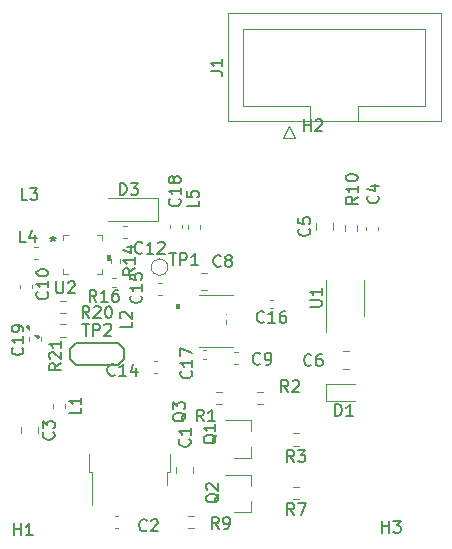
<source format=gbr>
%TF.GenerationSoftware,KiCad,Pcbnew,5.1.12-1.fc35*%
%TF.CreationDate,2022-01-07T18:54:40+00:00*%
%TF.ProjectId,cryosub_power_converter_top_v03,6372796f-7375-4625-9f70-6f7765725f63,rev?*%
%TF.SameCoordinates,Original*%
%TF.FileFunction,Legend,Top*%
%TF.FilePolarity,Positive*%
%FSLAX45Y45*%
G04 Gerber Fmt 4.5, Leading zero omitted, Abs format (unit mm)*
G04 Created by KiCad (PCBNEW 5.1.12-1.fc35) date 2022-01-07 18:54:40*
%MOMM*%
%LPD*%
G01*
G04 APERTURE LIST*
%ADD10C,0.300000*%
%ADD11C,0.120000*%
%ADD12C,0.100000*%
%ADD13C,0.150000*%
%ADD14C,1.700000*%
%ADD15R,1.244600X1.244600*%
%ADD16R,0.254800X0.807999*%
%ADD17R,0.807999X0.254800*%
%ADD18R,1.752600X2.946400*%
%ADD19R,1.327899X0.279400*%
%ADD20R,3.200001X1.000001*%
%ADD21R,1.000001X3.200001*%
%ADD22C,4.700000*%
%ADD23C,1.400000*%
%ADD24R,1.300000X1.700000*%
%ADD25C,1.000000*%
%ADD26R,0.900000X0.800000*%
%ADD27R,1.200000X2.200000*%
%ADD28R,5.800000X6.400000*%
%ADD29R,1.880000X1.680000*%
G04 APERTURE END LIST*
D10*
X10275000Y-12760000D02*
X10190000Y-12675000D01*
D11*
%TO.C,J1*%
X11879000Y-10929000D02*
X11879000Y-10017000D01*
X11879000Y-10017000D02*
X13683000Y-10017000D01*
X13683000Y-10017000D02*
X13683000Y-10929000D01*
X13683000Y-10929000D02*
X11879000Y-10929000D01*
X12576000Y-10929000D02*
X12576000Y-10798000D01*
X12576000Y-10798000D02*
X12009000Y-10798000D01*
X12009000Y-10798000D02*
X12009000Y-10148000D01*
X12009000Y-10148000D02*
X13553000Y-10148000D01*
X13553000Y-10148000D02*
X13553000Y-10798000D01*
X13553000Y-10798000D02*
X12986000Y-10798000D01*
X12986000Y-10798000D02*
X12986000Y-10798000D01*
X12986000Y-10798000D02*
X12986000Y-10929000D01*
X12400000Y-10968000D02*
X12350000Y-11068000D01*
X12350000Y-11068000D02*
X12450000Y-11068000D01*
X12450000Y-11068000D02*
X12400000Y-10968000D01*
%TO.C,C9*%
X11964058Y-12881500D02*
X11935942Y-12881500D01*
X11964058Y-12983500D02*
X11935942Y-12983500D01*
D12*
%TO.C,U2*%
G36*
X10885740Y-12063450D02*
G01*
X10885740Y-12101550D01*
X10860340Y-12101550D01*
X10860340Y-12063450D01*
X10885740Y-12063450D01*
G37*
X10885740Y-12063450D02*
X10885740Y-12101550D01*
X10860340Y-12101550D01*
X10860340Y-12063450D01*
X10885740Y-12063450D01*
D11*
X10528986Y-11889860D02*
X10482360Y-11889860D01*
X10817640Y-11936486D02*
X10817640Y-11889860D01*
X10771014Y-12225140D02*
X10817640Y-12225140D01*
X10482360Y-12178514D02*
X10482360Y-12225140D01*
X10482360Y-11889860D02*
X10482360Y-11936486D01*
X10817640Y-11889860D02*
X10771014Y-11889860D01*
X10817640Y-12225140D02*
X10817640Y-12178514D01*
X10482360Y-12225140D02*
X10528986Y-12225140D01*
D12*
%TO.C,U3*%
G36*
X11441470Y-12513955D02*
G01*
X11441470Y-12475855D01*
X11466870Y-12475855D01*
X11466870Y-12513955D01*
X11441470Y-12513955D01*
G37*
X11441470Y-12513955D02*
X11441470Y-12475855D01*
X11466870Y-12475855D01*
X11466870Y-12513955D01*
X11441470Y-12513955D01*
D11*
X11638113Y-12839710D02*
X11921887Y-12839710D01*
X11921887Y-12400290D02*
X11638113Y-12400290D01*
D13*
%TO.C,TP2*%
X10543000Y-12860000D02*
X10593000Y-12810000D01*
X10543000Y-12940000D02*
X10543000Y-12860000D01*
X10593000Y-12990000D02*
X10543000Y-12940000D01*
X10953000Y-12990000D02*
X10593000Y-12990000D01*
X11003000Y-12940000D02*
X10953000Y-12990000D01*
X11003000Y-12860000D02*
X11003000Y-12940000D01*
X10953000Y-12810000D02*
X11003000Y-12860000D01*
X10593000Y-12810000D02*
X10953000Y-12810000D01*
D11*
%TO.C,R21*%
X10506226Y-12647750D02*
X10458774Y-12647750D01*
X10506226Y-12752250D02*
X10458774Y-12752250D01*
%TO.C,R20*%
X10458774Y-12552250D02*
X10506226Y-12552250D01*
X10458774Y-12447750D02*
X10506226Y-12447750D01*
%TO.C,C19*%
X10199000Y-12758442D02*
X10199000Y-12786558D01*
X10301000Y-12758442D02*
X10301000Y-12786558D01*
%TO.C,L5*%
X11643500Y-11806222D02*
X11643500Y-11838778D01*
X11541500Y-11806222D02*
X11541500Y-11838778D01*
%TO.C,C18*%
X11496000Y-11805942D02*
X11496000Y-11834058D01*
X11394000Y-11805942D02*
X11394000Y-11834058D01*
%TO.C,C17*%
X11674216Y-12869000D02*
X11695784Y-12869000D01*
X11674216Y-12941000D02*
X11695784Y-12941000D01*
%TO.C,D3*%
X11292500Y-11575000D02*
X10862500Y-11575000D01*
X11292500Y-11775000D02*
X11292500Y-11575000D01*
X10862500Y-11775000D02*
X11292500Y-11775000D01*
%TO.C,TP1*%
X11372500Y-12165000D02*
G75*
G03*
X11372500Y-12165000I-70000J0D01*
G01*
%TO.C,C8*%
X11650125Y-12358500D02*
X11702375Y-12358500D01*
X11650125Y-12211500D02*
X11702375Y-12211500D01*
%TO.C,C16*%
X12260784Y-12439000D02*
X12239216Y-12439000D01*
X12260784Y-12511000D02*
X12239216Y-12511000D01*
%TO.C,R16*%
X10934364Y-12254500D02*
X10903636Y-12254500D01*
X10934364Y-12330500D02*
X10903636Y-12330500D01*
%TO.C,R14*%
X10889500Y-12098136D02*
X10889500Y-12128864D01*
X10965500Y-12098136D02*
X10965500Y-12128864D01*
%TO.C,L4*%
X10272528Y-11996500D02*
X10239972Y-11996500D01*
X10272528Y-12098500D02*
X10239972Y-12098500D01*
%TO.C,C15*%
X11293442Y-12401000D02*
X11321558Y-12401000D01*
X11293442Y-12299000D02*
X11321558Y-12299000D01*
%TO.C,C14*%
X11253442Y-13061000D02*
X11281558Y-13061000D01*
X11253442Y-12959000D02*
X11281558Y-12959000D01*
%TO.C,C12*%
X11024058Y-11819000D02*
X10995942Y-11819000D01*
X11024058Y-11921000D02*
X10995942Y-11921000D01*
%TO.C,C10*%
X10124000Y-12313442D02*
X10124000Y-12341558D01*
X10226000Y-12313442D02*
X10226000Y-12341558D01*
%TO.C,D1*%
X12709000Y-13298500D02*
X12955000Y-13298500D01*
X12709000Y-13151500D02*
X12709000Y-13298500D01*
X12955000Y-13151500D02*
X12709000Y-13151500D01*
%TO.C,L1*%
X10399000Y-13320373D02*
X10399000Y-13354627D01*
X10501000Y-13320373D02*
X10501000Y-13354627D01*
%TO.C,C6*%
X12852625Y-13023500D02*
X12904875Y-13023500D01*
X12852625Y-12876500D02*
X12904875Y-12876500D01*
%TO.C,R10*%
X12977250Y-11859222D02*
X12977250Y-11808278D01*
X12872750Y-11859222D02*
X12872750Y-11808278D01*
%TO.C,C5*%
X12773500Y-11847375D02*
X12773500Y-11795125D01*
X12626500Y-11847375D02*
X12626500Y-11795125D01*
%TO.C,C4*%
X13151000Y-11850877D02*
X13151000Y-11821623D01*
X13049000Y-11850877D02*
X13049000Y-11821623D01*
%TO.C,C1*%
X11588500Y-13909875D02*
X11588500Y-13857625D01*
X11441500Y-13909875D02*
X11441500Y-13857625D01*
%TO.C,C2*%
X10950877Y-14376000D02*
X10921623Y-14376000D01*
X10950877Y-14274000D02*
X10921623Y-14274000D01*
%TO.C,C3*%
X10273500Y-13520125D02*
X10273500Y-13572375D01*
X10126500Y-13520125D02*
X10126500Y-13572375D01*
%TO.C,Q1*%
X12076000Y-13778000D02*
X11930000Y-13778000D01*
X12076000Y-13462000D02*
X11860000Y-13462000D01*
X12076000Y-13462000D02*
X12076000Y-13555000D01*
X12076000Y-13778000D02*
X12076000Y-13685000D01*
%TO.C,Q2*%
X12076000Y-14238000D02*
X12076000Y-14145000D01*
X12076000Y-13922000D02*
X12076000Y-14015000D01*
X12076000Y-13922000D02*
X11860000Y-13922000D01*
X12076000Y-14238000D02*
X11930000Y-14238000D01*
%TO.C,Q3*%
X10705000Y-13747000D02*
X10705000Y-13897000D01*
X10705000Y-13897000D02*
X10732000Y-13897000D01*
X10732000Y-13897000D02*
X10732000Y-14180000D01*
X11395000Y-13747000D02*
X11395000Y-13897000D01*
X11395000Y-13897000D02*
X11368000Y-13897000D01*
X11368000Y-13897000D02*
X11368000Y-14007000D01*
%TO.C,R1*%
X11783278Y-13222750D02*
X11834222Y-13222750D01*
X11783278Y-13327250D02*
X11834222Y-13327250D01*
%TO.C,R2*%
X12124528Y-13327250D02*
X12175472Y-13327250D01*
X12124528Y-13222750D02*
X12175472Y-13222750D01*
%TO.C,R3*%
X12484222Y-13677250D02*
X12433278Y-13677250D01*
X12484222Y-13572750D02*
X12433278Y-13572750D01*
%TO.C,R7*%
X12484222Y-14127250D02*
X12433278Y-14127250D01*
X12484222Y-14022750D02*
X12433278Y-14022750D01*
%TO.C,R9*%
X11540778Y-14272750D02*
X11591722Y-14272750D01*
X11540778Y-14377250D02*
X11591722Y-14377250D01*
%TO.C,U1*%
X13036000Y-12425000D02*
X13036000Y-12275000D01*
X13036000Y-12425000D02*
X13036000Y-12575000D01*
X12714000Y-12425000D02*
X12714000Y-12275000D01*
X12714000Y-12425000D02*
X12714000Y-12712500D01*
%TO.C,J1*%
D13*
X11735238Y-10506333D02*
X11806667Y-10506333D01*
X11820952Y-10511095D01*
X11830476Y-10520619D01*
X11835238Y-10534905D01*
X11835238Y-10544429D01*
X11835238Y-10406333D02*
X11835238Y-10463476D01*
X11835238Y-10434905D02*
X11735238Y-10434905D01*
X11749524Y-10444429D01*
X11759048Y-10453952D01*
X11763809Y-10463476D01*
%TO.C,C9*%
X12153333Y-12980714D02*
X12148571Y-12985476D01*
X12134286Y-12990238D01*
X12124762Y-12990238D01*
X12110476Y-12985476D01*
X12100952Y-12975952D01*
X12096190Y-12966428D01*
X12091428Y-12947381D01*
X12091428Y-12933095D01*
X12096190Y-12914048D01*
X12100952Y-12904524D01*
X12110476Y-12895000D01*
X12124762Y-12890238D01*
X12134286Y-12890238D01*
X12148571Y-12895000D01*
X12153333Y-12899762D01*
X12200952Y-12990238D02*
X12220000Y-12990238D01*
X12229524Y-12985476D01*
X12234286Y-12980714D01*
X12243809Y-12966428D01*
X12248571Y-12947381D01*
X12248571Y-12909286D01*
X12243809Y-12899762D01*
X12239048Y-12895000D01*
X12229524Y-12890238D01*
X12210476Y-12890238D01*
X12200952Y-12895000D01*
X12196190Y-12899762D01*
X12191428Y-12909286D01*
X12191428Y-12933095D01*
X12196190Y-12942619D01*
X12200952Y-12947381D01*
X12210476Y-12952143D01*
X12229524Y-12952143D01*
X12239048Y-12947381D01*
X12243809Y-12942619D01*
X12248571Y-12933095D01*
%TO.C,U2*%
X10428810Y-12285238D02*
X10428810Y-12366190D01*
X10433571Y-12375714D01*
X10438333Y-12380476D01*
X10447857Y-12385238D01*
X10466905Y-12385238D01*
X10476429Y-12380476D01*
X10481190Y-12375714D01*
X10485952Y-12366190D01*
X10485952Y-12285238D01*
X10528810Y-12294762D02*
X10533571Y-12290000D01*
X10543095Y-12285238D01*
X10566905Y-12285238D01*
X10576429Y-12290000D01*
X10581190Y-12294762D01*
X10585952Y-12304286D01*
X10585952Y-12313809D01*
X10581190Y-12328095D01*
X10524048Y-12385238D01*
X10585952Y-12385238D01*
X10401560Y-11902738D02*
X10401560Y-11926548D01*
X10377751Y-11917024D02*
X10401560Y-11926548D01*
X10425370Y-11917024D01*
X10387274Y-11945595D02*
X10401560Y-11926548D01*
X10415846Y-11945595D01*
X10401560Y-11902738D02*
X10401560Y-11926548D01*
X10377751Y-11917024D02*
X10401560Y-11926548D01*
X10425370Y-11917024D01*
X10387274Y-11945595D02*
X10401560Y-11926548D01*
X10415846Y-11945595D01*
%TO.C,U3*%
X11703809Y-12565238D02*
X11703809Y-12646190D01*
X11708571Y-12655714D01*
X11713333Y-12660476D01*
X11722857Y-12665238D01*
X11741905Y-12665238D01*
X11751428Y-12660476D01*
X11756190Y-12655714D01*
X11760952Y-12646190D01*
X11760952Y-12565238D01*
X11799048Y-12565238D02*
X11860952Y-12565238D01*
X11827619Y-12603333D01*
X11841905Y-12603333D01*
X11851428Y-12608095D01*
X11856190Y-12612857D01*
X11860952Y-12622381D01*
X11860952Y-12646190D01*
X11856190Y-12655714D01*
X11851428Y-12660476D01*
X11841905Y-12665238D01*
X11813333Y-12665238D01*
X11803809Y-12660476D01*
X11799048Y-12655714D01*
X12026735Y-12882611D02*
X12026735Y-12906421D01*
X12002925Y-12896897D02*
X12026735Y-12906421D01*
X12050544Y-12896897D01*
X12012449Y-12925468D02*
X12026735Y-12906421D01*
X12041021Y-12925468D01*
X12026735Y-12882611D02*
X12026735Y-12906421D01*
X12002925Y-12896897D02*
X12026735Y-12906421D01*
X12050544Y-12896897D01*
X12012449Y-12925468D02*
X12026735Y-12906421D01*
X12041021Y-12925468D01*
%TO.C,L2*%
X11065238Y-12626321D02*
X11065238Y-12673940D01*
X10965238Y-12673940D01*
X10974762Y-12597750D02*
X10970000Y-12592988D01*
X10965238Y-12583464D01*
X10965238Y-12559655D01*
X10970000Y-12550131D01*
X10974762Y-12545369D01*
X10984286Y-12540607D01*
X10993810Y-12540607D01*
X11008095Y-12545369D01*
X11065238Y-12602512D01*
X11065238Y-12540607D01*
%TO.C,L3*%
X10182988Y-11595238D02*
X10135369Y-11595238D01*
X10135369Y-11495238D01*
X10206798Y-11495238D02*
X10268702Y-11495238D01*
X10235369Y-11533333D01*
X10249655Y-11533333D01*
X10259179Y-11538095D01*
X10263940Y-11542857D01*
X10268702Y-11552381D01*
X10268702Y-11576190D01*
X10263940Y-11585714D01*
X10259179Y-11590476D01*
X10249655Y-11595238D01*
X10221083Y-11595238D01*
X10211560Y-11590476D01*
X10206798Y-11585714D01*
%TO.C,H3*%
X13186309Y-14412738D02*
X13186309Y-14312738D01*
X13186309Y-14360357D02*
X13243452Y-14360357D01*
X13243452Y-14412738D02*
X13243452Y-14312738D01*
X13281548Y-14312738D02*
X13343452Y-14312738D01*
X13310119Y-14350833D01*
X13324405Y-14350833D01*
X13333928Y-14355595D01*
X13338690Y-14360357D01*
X13343452Y-14369881D01*
X13343452Y-14393690D01*
X13338690Y-14403214D01*
X13333928Y-14407976D01*
X13324405Y-14412738D01*
X13295833Y-14412738D01*
X13286309Y-14407976D01*
X13281548Y-14403214D01*
%TO.C,H2*%
X12523809Y-11010238D02*
X12523809Y-10910238D01*
X12523809Y-10957857D02*
X12580952Y-10957857D01*
X12580952Y-11010238D02*
X12580952Y-10910238D01*
X12623809Y-10919762D02*
X12628571Y-10915000D01*
X12638095Y-10910238D01*
X12661905Y-10910238D01*
X12671428Y-10915000D01*
X12676190Y-10919762D01*
X12680952Y-10929286D01*
X12680952Y-10938810D01*
X12676190Y-10953095D01*
X12619048Y-11010238D01*
X12680952Y-11010238D01*
%TO.C,H1*%
X10071310Y-14432738D02*
X10071310Y-14332738D01*
X10071310Y-14380357D02*
X10128452Y-14380357D01*
X10128452Y-14432738D02*
X10128452Y-14332738D01*
X10228452Y-14432738D02*
X10171310Y-14432738D01*
X10199881Y-14432738D02*
X10199881Y-14332738D01*
X10190357Y-14347024D01*
X10180833Y-14356548D01*
X10171310Y-14361309D01*
%TO.C,TP2*%
X10649810Y-12645238D02*
X10706952Y-12645238D01*
X10678381Y-12745238D02*
X10678381Y-12645238D01*
X10740286Y-12745238D02*
X10740286Y-12645238D01*
X10778381Y-12645238D01*
X10787905Y-12650000D01*
X10792667Y-12654762D01*
X10797429Y-12664286D01*
X10797429Y-12678571D01*
X10792667Y-12688095D01*
X10787905Y-12692857D01*
X10778381Y-12697619D01*
X10740286Y-12697619D01*
X10835524Y-12654762D02*
X10840286Y-12650000D01*
X10849810Y-12645238D01*
X10873619Y-12645238D01*
X10883143Y-12650000D01*
X10887905Y-12654762D01*
X10892667Y-12664286D01*
X10892667Y-12673809D01*
X10887905Y-12688095D01*
X10830762Y-12745238D01*
X10892667Y-12745238D01*
%TO.C,R21*%
X10467738Y-12979286D02*
X10420119Y-13012619D01*
X10467738Y-13036428D02*
X10367738Y-13036428D01*
X10367738Y-12998333D01*
X10372500Y-12988809D01*
X10377262Y-12984048D01*
X10386786Y-12979286D01*
X10401071Y-12979286D01*
X10410595Y-12984048D01*
X10415357Y-12988809D01*
X10420119Y-12998333D01*
X10420119Y-13036428D01*
X10377262Y-12941190D02*
X10372500Y-12936428D01*
X10367738Y-12926905D01*
X10367738Y-12903095D01*
X10372500Y-12893571D01*
X10377262Y-12888809D01*
X10386786Y-12884048D01*
X10396310Y-12884048D01*
X10410595Y-12888809D01*
X10467738Y-12945952D01*
X10467738Y-12884048D01*
X10467738Y-12788809D02*
X10467738Y-12845952D01*
X10467738Y-12817381D02*
X10367738Y-12817381D01*
X10382024Y-12826905D01*
X10391548Y-12836428D01*
X10396310Y-12845952D01*
%TO.C,R20*%
X10708214Y-12595238D02*
X10674881Y-12547619D01*
X10651071Y-12595238D02*
X10651071Y-12495238D01*
X10689167Y-12495238D01*
X10698690Y-12500000D01*
X10703452Y-12504762D01*
X10708214Y-12514286D01*
X10708214Y-12528571D01*
X10703452Y-12538095D01*
X10698690Y-12542857D01*
X10689167Y-12547619D01*
X10651071Y-12547619D01*
X10746310Y-12504762D02*
X10751071Y-12500000D01*
X10760595Y-12495238D01*
X10784405Y-12495238D01*
X10793929Y-12500000D01*
X10798690Y-12504762D01*
X10803452Y-12514286D01*
X10803452Y-12523809D01*
X10798690Y-12538095D01*
X10741548Y-12595238D01*
X10803452Y-12595238D01*
X10865357Y-12495238D02*
X10874881Y-12495238D01*
X10884405Y-12500000D01*
X10889167Y-12504762D01*
X10893929Y-12514286D01*
X10898690Y-12533333D01*
X10898690Y-12557143D01*
X10893929Y-12576190D01*
X10889167Y-12585714D01*
X10884405Y-12590476D01*
X10874881Y-12595238D01*
X10865357Y-12595238D01*
X10855833Y-12590476D01*
X10851071Y-12585714D01*
X10846310Y-12576190D01*
X10841548Y-12557143D01*
X10841548Y-12533333D01*
X10846310Y-12514286D01*
X10851071Y-12504762D01*
X10855833Y-12500000D01*
X10865357Y-12495238D01*
%TO.C,C19*%
X10140714Y-12846786D02*
X10145476Y-12851548D01*
X10150238Y-12865833D01*
X10150238Y-12875357D01*
X10145476Y-12889643D01*
X10135952Y-12899167D01*
X10126429Y-12903928D01*
X10107381Y-12908690D01*
X10093095Y-12908690D01*
X10074048Y-12903928D01*
X10064524Y-12899167D01*
X10055000Y-12889643D01*
X10050238Y-12875357D01*
X10050238Y-12865833D01*
X10055000Y-12851548D01*
X10059762Y-12846786D01*
X10150238Y-12751548D02*
X10150238Y-12808690D01*
X10150238Y-12780119D02*
X10050238Y-12780119D01*
X10064524Y-12789643D01*
X10074048Y-12799167D01*
X10078810Y-12808690D01*
X10150238Y-12703928D02*
X10150238Y-12684881D01*
X10145476Y-12675357D01*
X10140714Y-12670595D01*
X10126429Y-12661071D01*
X10107381Y-12656309D01*
X10069286Y-12656309D01*
X10059762Y-12661071D01*
X10055000Y-12665833D01*
X10050238Y-12675357D01*
X10050238Y-12694405D01*
X10055000Y-12703928D01*
X10059762Y-12708690D01*
X10069286Y-12713452D01*
X10093095Y-12713452D01*
X10102619Y-12708690D01*
X10107381Y-12703928D01*
X10112143Y-12694405D01*
X10112143Y-12675357D01*
X10107381Y-12665833D01*
X10102619Y-12661071D01*
X10093095Y-12656309D01*
%TO.C,L5*%
X11632738Y-11601667D02*
X11632738Y-11649286D01*
X11532738Y-11649286D01*
X11532738Y-11520714D02*
X11532738Y-11568333D01*
X11580357Y-11573095D01*
X11575595Y-11568333D01*
X11570833Y-11558809D01*
X11570833Y-11535000D01*
X11575595Y-11525476D01*
X11580357Y-11520714D01*
X11589881Y-11515952D01*
X11613690Y-11515952D01*
X11623214Y-11520714D01*
X11627976Y-11525476D01*
X11632738Y-11535000D01*
X11632738Y-11558809D01*
X11627976Y-11568333D01*
X11623214Y-11573095D01*
%TO.C,C18*%
X11470714Y-11586786D02*
X11475476Y-11591548D01*
X11480238Y-11605833D01*
X11480238Y-11615357D01*
X11475476Y-11629643D01*
X11465952Y-11639167D01*
X11456428Y-11643928D01*
X11437381Y-11648690D01*
X11423095Y-11648690D01*
X11404048Y-11643928D01*
X11394524Y-11639167D01*
X11385000Y-11629643D01*
X11380238Y-11615357D01*
X11380238Y-11605833D01*
X11385000Y-11591548D01*
X11389762Y-11586786D01*
X11480238Y-11491548D02*
X11480238Y-11548690D01*
X11480238Y-11520119D02*
X11380238Y-11520119D01*
X11394524Y-11529643D01*
X11404048Y-11539167D01*
X11408809Y-11548690D01*
X11423095Y-11434405D02*
X11418333Y-11443928D01*
X11413571Y-11448690D01*
X11404048Y-11453452D01*
X11399286Y-11453452D01*
X11389762Y-11448690D01*
X11385000Y-11443928D01*
X11380238Y-11434405D01*
X11380238Y-11415357D01*
X11385000Y-11405833D01*
X11389762Y-11401071D01*
X11399286Y-11396309D01*
X11404048Y-11396309D01*
X11413571Y-11401071D01*
X11418333Y-11405833D01*
X11423095Y-11415357D01*
X11423095Y-11434405D01*
X11427857Y-11443928D01*
X11432619Y-11448690D01*
X11442143Y-11453452D01*
X11461190Y-11453452D01*
X11470714Y-11448690D01*
X11475476Y-11443928D01*
X11480238Y-11434405D01*
X11480238Y-11415357D01*
X11475476Y-11405833D01*
X11470714Y-11401071D01*
X11461190Y-11396309D01*
X11442143Y-11396309D01*
X11432619Y-11401071D01*
X11427857Y-11405833D01*
X11423095Y-11415357D01*
%TO.C,C17*%
X11568214Y-13044286D02*
X11572976Y-13049048D01*
X11577738Y-13063333D01*
X11577738Y-13072857D01*
X11572976Y-13087143D01*
X11563452Y-13096667D01*
X11553928Y-13101428D01*
X11534881Y-13106190D01*
X11520595Y-13106190D01*
X11501548Y-13101428D01*
X11492024Y-13096667D01*
X11482500Y-13087143D01*
X11477738Y-13072857D01*
X11477738Y-13063333D01*
X11482500Y-13049048D01*
X11487262Y-13044286D01*
X11577738Y-12949048D02*
X11577738Y-13006190D01*
X11577738Y-12977619D02*
X11477738Y-12977619D01*
X11492024Y-12987143D01*
X11501548Y-12996667D01*
X11506309Y-13006190D01*
X11477738Y-12915714D02*
X11477738Y-12849048D01*
X11577738Y-12891905D01*
%TO.C,D3*%
X10966190Y-11552738D02*
X10966190Y-11452738D01*
X10990000Y-11452738D01*
X11004286Y-11457500D01*
X11013810Y-11467024D01*
X11018571Y-11476548D01*
X11023333Y-11495595D01*
X11023333Y-11509881D01*
X11018571Y-11528928D01*
X11013810Y-11538452D01*
X11004286Y-11547976D01*
X10990000Y-11552738D01*
X10966190Y-11552738D01*
X11056667Y-11452738D02*
X11118571Y-11452738D01*
X11085238Y-11490833D01*
X11099524Y-11490833D01*
X11109048Y-11495595D01*
X11113810Y-11500357D01*
X11118571Y-11509881D01*
X11118571Y-11533690D01*
X11113810Y-11543214D01*
X11109048Y-11547976D01*
X11099524Y-11552738D01*
X11070952Y-11552738D01*
X11061429Y-11547976D01*
X11056667Y-11543214D01*
%TO.C,TP1*%
X11386309Y-12047738D02*
X11443452Y-12047738D01*
X11414881Y-12147738D02*
X11414881Y-12047738D01*
X11476786Y-12147738D02*
X11476786Y-12047738D01*
X11514881Y-12047738D01*
X11524405Y-12052500D01*
X11529167Y-12057262D01*
X11533928Y-12066786D01*
X11533928Y-12081071D01*
X11529167Y-12090595D01*
X11524405Y-12095357D01*
X11514881Y-12100119D01*
X11476786Y-12100119D01*
X11629167Y-12147738D02*
X11572024Y-12147738D01*
X11600595Y-12147738D02*
X11600595Y-12047738D01*
X11591071Y-12062024D01*
X11581548Y-12071548D01*
X11572024Y-12076309D01*
%TO.C,C8*%
X11820833Y-12152714D02*
X11816071Y-12157476D01*
X11801786Y-12162238D01*
X11792262Y-12162238D01*
X11777976Y-12157476D01*
X11768452Y-12147952D01*
X11763690Y-12138428D01*
X11758928Y-12119381D01*
X11758928Y-12105095D01*
X11763690Y-12086048D01*
X11768452Y-12076524D01*
X11777976Y-12067000D01*
X11792262Y-12062238D01*
X11801786Y-12062238D01*
X11816071Y-12067000D01*
X11820833Y-12071762D01*
X11877976Y-12105095D02*
X11868452Y-12100333D01*
X11863690Y-12095571D01*
X11858928Y-12086048D01*
X11858928Y-12081286D01*
X11863690Y-12071762D01*
X11868452Y-12067000D01*
X11877976Y-12062238D01*
X11897024Y-12062238D01*
X11906548Y-12067000D01*
X11911309Y-12071762D01*
X11916071Y-12081286D01*
X11916071Y-12086048D01*
X11911309Y-12095571D01*
X11906548Y-12100333D01*
X11897024Y-12105095D01*
X11877976Y-12105095D01*
X11868452Y-12109857D01*
X11863690Y-12114619D01*
X11858928Y-12124143D01*
X11858928Y-12143190D01*
X11863690Y-12152714D01*
X11868452Y-12157476D01*
X11877976Y-12162238D01*
X11897024Y-12162238D01*
X11906548Y-12157476D01*
X11911309Y-12152714D01*
X11916071Y-12143190D01*
X11916071Y-12124143D01*
X11911309Y-12114619D01*
X11906548Y-12109857D01*
X11897024Y-12105095D01*
%TO.C,C16*%
X12185714Y-12626714D02*
X12180952Y-12631476D01*
X12166667Y-12636238D01*
X12157143Y-12636238D01*
X12142857Y-12631476D01*
X12133333Y-12621952D01*
X12128571Y-12612428D01*
X12123809Y-12593381D01*
X12123809Y-12579095D01*
X12128571Y-12560048D01*
X12133333Y-12550524D01*
X12142857Y-12541000D01*
X12157143Y-12536238D01*
X12166667Y-12536238D01*
X12180952Y-12541000D01*
X12185714Y-12545762D01*
X12280952Y-12636238D02*
X12223809Y-12636238D01*
X12252381Y-12636238D02*
X12252381Y-12536238D01*
X12242857Y-12550524D01*
X12233333Y-12560048D01*
X12223809Y-12564809D01*
X12366667Y-12536238D02*
X12347619Y-12536238D01*
X12338095Y-12541000D01*
X12333333Y-12545762D01*
X12323809Y-12560048D01*
X12319048Y-12579095D01*
X12319048Y-12617190D01*
X12323809Y-12626714D01*
X12328571Y-12631476D01*
X12338095Y-12636238D01*
X12357143Y-12636238D01*
X12366667Y-12631476D01*
X12371428Y-12626714D01*
X12376190Y-12617190D01*
X12376190Y-12593381D01*
X12371428Y-12583857D01*
X12366667Y-12579095D01*
X12357143Y-12574333D01*
X12338095Y-12574333D01*
X12328571Y-12579095D01*
X12323809Y-12583857D01*
X12319048Y-12593381D01*
%TO.C,R16*%
X10768214Y-12457738D02*
X10734881Y-12410119D01*
X10711071Y-12457738D02*
X10711071Y-12357738D01*
X10749167Y-12357738D01*
X10758690Y-12362500D01*
X10763452Y-12367262D01*
X10768214Y-12376786D01*
X10768214Y-12391071D01*
X10763452Y-12400595D01*
X10758690Y-12405357D01*
X10749167Y-12410119D01*
X10711071Y-12410119D01*
X10863452Y-12457738D02*
X10806310Y-12457738D01*
X10834881Y-12457738D02*
X10834881Y-12357738D01*
X10825357Y-12372024D01*
X10815833Y-12381548D01*
X10806310Y-12386309D01*
X10949167Y-12357738D02*
X10930119Y-12357738D01*
X10920595Y-12362500D01*
X10915833Y-12367262D01*
X10906310Y-12381548D01*
X10901548Y-12400595D01*
X10901548Y-12438690D01*
X10906310Y-12448214D01*
X10911071Y-12452976D01*
X10920595Y-12457738D01*
X10939643Y-12457738D01*
X10949167Y-12452976D01*
X10953929Y-12448214D01*
X10958690Y-12438690D01*
X10958690Y-12414881D01*
X10953929Y-12405357D01*
X10949167Y-12400595D01*
X10939643Y-12395833D01*
X10920595Y-12395833D01*
X10911071Y-12400595D01*
X10906310Y-12405357D01*
X10901548Y-12414881D01*
%TO.C,R14*%
X11095238Y-12174286D02*
X11047619Y-12207619D01*
X11095238Y-12231428D02*
X10995238Y-12231428D01*
X10995238Y-12193333D01*
X11000000Y-12183809D01*
X11004762Y-12179048D01*
X11014286Y-12174286D01*
X11028571Y-12174286D01*
X11038095Y-12179048D01*
X11042857Y-12183809D01*
X11047619Y-12193333D01*
X11047619Y-12231428D01*
X11095238Y-12079048D02*
X11095238Y-12136190D01*
X11095238Y-12107619D02*
X10995238Y-12107619D01*
X11009524Y-12117143D01*
X11019048Y-12126667D01*
X11023810Y-12136190D01*
X11028571Y-11993333D02*
X11095238Y-11993333D01*
X10990476Y-12017143D02*
X11061905Y-12040952D01*
X11061905Y-11979048D01*
%TO.C,L4*%
X10170833Y-11955238D02*
X10123214Y-11955238D01*
X10123214Y-11855238D01*
X10247024Y-11888571D02*
X10247024Y-11955238D01*
X10223214Y-11850476D02*
X10199405Y-11921905D01*
X10261310Y-11921905D01*
%TO.C,C15*%
X11143214Y-12406786D02*
X11147976Y-12411548D01*
X11152738Y-12425833D01*
X11152738Y-12435357D01*
X11147976Y-12449643D01*
X11138452Y-12459167D01*
X11128929Y-12463928D01*
X11109881Y-12468690D01*
X11095595Y-12468690D01*
X11076548Y-12463928D01*
X11067024Y-12459167D01*
X11057500Y-12449643D01*
X11052738Y-12435357D01*
X11052738Y-12425833D01*
X11057500Y-12411548D01*
X11062262Y-12406786D01*
X11152738Y-12311548D02*
X11152738Y-12368690D01*
X11152738Y-12340119D02*
X11052738Y-12340119D01*
X11067024Y-12349643D01*
X11076548Y-12359167D01*
X11081310Y-12368690D01*
X11052738Y-12221071D02*
X11052738Y-12268690D01*
X11100357Y-12273452D01*
X11095595Y-12268690D01*
X11090833Y-12259167D01*
X11090833Y-12235357D01*
X11095595Y-12225833D01*
X11100357Y-12221071D01*
X11109881Y-12216309D01*
X11133690Y-12216309D01*
X11143214Y-12221071D01*
X11147976Y-12225833D01*
X11152738Y-12235357D01*
X11152738Y-12259167D01*
X11147976Y-12268690D01*
X11143214Y-12273452D01*
%TO.C,C14*%
X10923214Y-13075714D02*
X10918452Y-13080476D01*
X10904167Y-13085238D01*
X10894643Y-13085238D01*
X10880357Y-13080476D01*
X10870833Y-13070952D01*
X10866071Y-13061428D01*
X10861310Y-13042381D01*
X10861310Y-13028095D01*
X10866071Y-13009048D01*
X10870833Y-12999524D01*
X10880357Y-12990000D01*
X10894643Y-12985238D01*
X10904167Y-12985238D01*
X10918452Y-12990000D01*
X10923214Y-12994762D01*
X11018452Y-13085238D02*
X10961310Y-13085238D01*
X10989881Y-13085238D02*
X10989881Y-12985238D01*
X10980357Y-12999524D01*
X10970833Y-13009048D01*
X10961310Y-13013809D01*
X11104167Y-13018571D02*
X11104167Y-13085238D01*
X11080357Y-12980476D02*
X11056548Y-13051905D01*
X11118452Y-13051905D01*
%TO.C,C12*%
X11155714Y-12040714D02*
X11150952Y-12045476D01*
X11136667Y-12050238D01*
X11127143Y-12050238D01*
X11112857Y-12045476D01*
X11103333Y-12035952D01*
X11098571Y-12026428D01*
X11093810Y-12007381D01*
X11093810Y-11993095D01*
X11098571Y-11974048D01*
X11103333Y-11964524D01*
X11112857Y-11955000D01*
X11127143Y-11950238D01*
X11136667Y-11950238D01*
X11150952Y-11955000D01*
X11155714Y-11959762D01*
X11250952Y-12050238D02*
X11193809Y-12050238D01*
X11222381Y-12050238D02*
X11222381Y-11950238D01*
X11212857Y-11964524D01*
X11203333Y-11974048D01*
X11193809Y-11978809D01*
X11289048Y-11959762D02*
X11293809Y-11955000D01*
X11303333Y-11950238D01*
X11327143Y-11950238D01*
X11336667Y-11955000D01*
X11341428Y-11959762D01*
X11346190Y-11969286D01*
X11346190Y-11978809D01*
X11341428Y-11993095D01*
X11284286Y-12050238D01*
X11346190Y-12050238D01*
%TO.C,C10*%
X10350714Y-12374286D02*
X10355476Y-12379048D01*
X10360238Y-12393333D01*
X10360238Y-12402857D01*
X10355476Y-12417143D01*
X10345952Y-12426667D01*
X10336429Y-12431428D01*
X10317381Y-12436190D01*
X10303095Y-12436190D01*
X10284048Y-12431428D01*
X10274524Y-12426667D01*
X10265000Y-12417143D01*
X10260238Y-12402857D01*
X10260238Y-12393333D01*
X10265000Y-12379048D01*
X10269762Y-12374286D01*
X10360238Y-12279048D02*
X10360238Y-12336190D01*
X10360238Y-12307619D02*
X10260238Y-12307619D01*
X10274524Y-12317143D01*
X10284048Y-12326667D01*
X10288810Y-12336190D01*
X10260238Y-12217143D02*
X10260238Y-12207619D01*
X10265000Y-12198095D01*
X10269762Y-12193333D01*
X10279286Y-12188571D01*
X10298333Y-12183809D01*
X10322143Y-12183809D01*
X10341190Y-12188571D01*
X10350714Y-12193333D01*
X10355476Y-12198095D01*
X10360238Y-12207619D01*
X10360238Y-12217143D01*
X10355476Y-12226667D01*
X10350714Y-12231428D01*
X10341190Y-12236190D01*
X10322143Y-12240952D01*
X10298333Y-12240952D01*
X10279286Y-12236190D01*
X10269762Y-12231428D01*
X10265000Y-12226667D01*
X10260238Y-12217143D01*
%TO.C,D1*%
X12788690Y-13425238D02*
X12788690Y-13325238D01*
X12812500Y-13325238D01*
X12826786Y-13330000D01*
X12836309Y-13339524D01*
X12841071Y-13349048D01*
X12845833Y-13368095D01*
X12845833Y-13382381D01*
X12841071Y-13401428D01*
X12836309Y-13410952D01*
X12826786Y-13420476D01*
X12812500Y-13425238D01*
X12788690Y-13425238D01*
X12941071Y-13425238D02*
X12883928Y-13425238D01*
X12912500Y-13425238D02*
X12912500Y-13325238D01*
X12902976Y-13339524D01*
X12893452Y-13349048D01*
X12883928Y-13353809D01*
%TO.C,L1*%
X10638238Y-13354167D02*
X10638238Y-13401786D01*
X10538238Y-13401786D01*
X10638238Y-13268452D02*
X10638238Y-13325595D01*
X10638238Y-13297024D02*
X10538238Y-13297024D01*
X10552524Y-13306548D01*
X10562048Y-13316071D01*
X10566810Y-13325595D01*
%TO.C,C6*%
X12588333Y-12990714D02*
X12583571Y-12995476D01*
X12569286Y-13000238D01*
X12559762Y-13000238D01*
X12545476Y-12995476D01*
X12535952Y-12985952D01*
X12531190Y-12976428D01*
X12526428Y-12957381D01*
X12526428Y-12943095D01*
X12531190Y-12924048D01*
X12535952Y-12914524D01*
X12545476Y-12905000D01*
X12559762Y-12900238D01*
X12569286Y-12900238D01*
X12583571Y-12905000D01*
X12588333Y-12909762D01*
X12674048Y-12900238D02*
X12655000Y-12900238D01*
X12645476Y-12905000D01*
X12640714Y-12909762D01*
X12631190Y-12924048D01*
X12626428Y-12943095D01*
X12626428Y-12981190D01*
X12631190Y-12990714D01*
X12635952Y-12995476D01*
X12645476Y-13000238D01*
X12664524Y-13000238D01*
X12674048Y-12995476D01*
X12678809Y-12990714D01*
X12683571Y-12981190D01*
X12683571Y-12957381D01*
X12678809Y-12947857D01*
X12674048Y-12943095D01*
X12664524Y-12938333D01*
X12645476Y-12938333D01*
X12635952Y-12943095D01*
X12631190Y-12947857D01*
X12626428Y-12957381D01*
%TO.C,R10*%
X12980238Y-11569286D02*
X12932619Y-11602619D01*
X12980238Y-11626428D02*
X12880238Y-11626428D01*
X12880238Y-11588333D01*
X12885000Y-11578809D01*
X12889762Y-11574048D01*
X12899286Y-11569286D01*
X12913571Y-11569286D01*
X12923095Y-11574048D01*
X12927857Y-11578809D01*
X12932619Y-11588333D01*
X12932619Y-11626428D01*
X12980238Y-11474048D02*
X12980238Y-11531190D01*
X12980238Y-11502619D02*
X12880238Y-11502619D01*
X12894524Y-11512143D01*
X12904048Y-11521667D01*
X12908809Y-11531190D01*
X12880238Y-11412143D02*
X12880238Y-11402619D01*
X12885000Y-11393095D01*
X12889762Y-11388333D01*
X12899286Y-11383571D01*
X12918333Y-11378809D01*
X12942143Y-11378809D01*
X12961190Y-11383571D01*
X12970714Y-11388333D01*
X12975476Y-11393095D01*
X12980238Y-11402619D01*
X12980238Y-11412143D01*
X12975476Y-11421667D01*
X12970714Y-11426428D01*
X12961190Y-11431190D01*
X12942143Y-11435952D01*
X12918333Y-11435952D01*
X12899286Y-11431190D01*
X12889762Y-11426428D01*
X12885000Y-11421667D01*
X12880238Y-11412143D01*
%TO.C,C5*%
X12567714Y-11837917D02*
X12572476Y-11842678D01*
X12577238Y-11856964D01*
X12577238Y-11866488D01*
X12572476Y-11880774D01*
X12562952Y-11890298D01*
X12553428Y-11895059D01*
X12534381Y-11899821D01*
X12520095Y-11899821D01*
X12501048Y-11895059D01*
X12491524Y-11890298D01*
X12482000Y-11880774D01*
X12477238Y-11866488D01*
X12477238Y-11856964D01*
X12482000Y-11842678D01*
X12486762Y-11837917D01*
X12477238Y-11747440D02*
X12477238Y-11795059D01*
X12524857Y-11799821D01*
X12520095Y-11795059D01*
X12515333Y-11785536D01*
X12515333Y-11761726D01*
X12520095Y-11752202D01*
X12524857Y-11747440D01*
X12534381Y-11742678D01*
X12558190Y-11742678D01*
X12567714Y-11747440D01*
X12572476Y-11752202D01*
X12577238Y-11761726D01*
X12577238Y-11785536D01*
X12572476Y-11795059D01*
X12567714Y-11799821D01*
%TO.C,C4*%
X13150714Y-11561667D02*
X13155476Y-11566428D01*
X13160238Y-11580714D01*
X13160238Y-11590238D01*
X13155476Y-11604524D01*
X13145952Y-11614048D01*
X13136428Y-11618809D01*
X13117381Y-11623571D01*
X13103095Y-11623571D01*
X13084048Y-11618809D01*
X13074524Y-11614048D01*
X13065000Y-11604524D01*
X13060238Y-11590238D01*
X13060238Y-11580714D01*
X13065000Y-11566428D01*
X13069762Y-11561667D01*
X13093571Y-11475952D02*
X13160238Y-11475952D01*
X13055476Y-11499762D02*
X13126905Y-11523571D01*
X13126905Y-11461667D01*
%TO.C,C1*%
X11555714Y-13621667D02*
X11560476Y-13626428D01*
X11565238Y-13640714D01*
X11565238Y-13650238D01*
X11560476Y-13664524D01*
X11550952Y-13674048D01*
X11541428Y-13678809D01*
X11522381Y-13683571D01*
X11508095Y-13683571D01*
X11489048Y-13678809D01*
X11479524Y-13674048D01*
X11470000Y-13664524D01*
X11465238Y-13650238D01*
X11465238Y-13640714D01*
X11470000Y-13626428D01*
X11474762Y-13621667D01*
X11565238Y-13526428D02*
X11565238Y-13583571D01*
X11565238Y-13555000D02*
X11465238Y-13555000D01*
X11479524Y-13564524D01*
X11489048Y-13574048D01*
X11493809Y-13583571D01*
%TO.C,C2*%
X11193333Y-14390714D02*
X11188571Y-14395476D01*
X11174286Y-14400238D01*
X11164762Y-14400238D01*
X11150476Y-14395476D01*
X11140952Y-14385952D01*
X11136190Y-14376428D01*
X11131429Y-14357381D01*
X11131429Y-14343095D01*
X11136190Y-14324048D01*
X11140952Y-14314524D01*
X11150476Y-14305000D01*
X11164762Y-14300238D01*
X11174286Y-14300238D01*
X11188571Y-14305000D01*
X11193333Y-14309762D01*
X11231428Y-14309762D02*
X11236190Y-14305000D01*
X11245714Y-14300238D01*
X11269524Y-14300238D01*
X11279048Y-14305000D01*
X11283809Y-14309762D01*
X11288571Y-14319286D01*
X11288571Y-14328809D01*
X11283809Y-14343095D01*
X11226667Y-14400238D01*
X11288571Y-14400238D01*
%TO.C,C3*%
X10403714Y-13562917D02*
X10408476Y-13567678D01*
X10413238Y-13581964D01*
X10413238Y-13591488D01*
X10408476Y-13605774D01*
X10398952Y-13615298D01*
X10389429Y-13620059D01*
X10370381Y-13624821D01*
X10356095Y-13624821D01*
X10337048Y-13620059D01*
X10327524Y-13615298D01*
X10318000Y-13605774D01*
X10313238Y-13591488D01*
X10313238Y-13581964D01*
X10318000Y-13567678D01*
X10322762Y-13562917D01*
X10313238Y-13529583D02*
X10313238Y-13467678D01*
X10351333Y-13501012D01*
X10351333Y-13486726D01*
X10356095Y-13477202D01*
X10360857Y-13472440D01*
X10370381Y-13467678D01*
X10394190Y-13467678D01*
X10403714Y-13472440D01*
X10408476Y-13477202D01*
X10413238Y-13486726D01*
X10413238Y-13515298D01*
X10408476Y-13524821D01*
X10403714Y-13529583D01*
%TO.C,Q1*%
X11784762Y-13584524D02*
X11780000Y-13594048D01*
X11770476Y-13603571D01*
X11756190Y-13617857D01*
X11751428Y-13627381D01*
X11751428Y-13636905D01*
X11775238Y-13632143D02*
X11770476Y-13641667D01*
X11760952Y-13651190D01*
X11741905Y-13655952D01*
X11708571Y-13655952D01*
X11689524Y-13651190D01*
X11680000Y-13641667D01*
X11675238Y-13632143D01*
X11675238Y-13613095D01*
X11680000Y-13603571D01*
X11689524Y-13594048D01*
X11708571Y-13589286D01*
X11741905Y-13589286D01*
X11760952Y-13594048D01*
X11770476Y-13603571D01*
X11775238Y-13613095D01*
X11775238Y-13632143D01*
X11775238Y-13494048D02*
X11775238Y-13551190D01*
X11775238Y-13522619D02*
X11675238Y-13522619D01*
X11689524Y-13532143D01*
X11699048Y-13541667D01*
X11703809Y-13551190D01*
%TO.C,Q2*%
X11804762Y-14084524D02*
X11800000Y-14094048D01*
X11790476Y-14103571D01*
X11776190Y-14117857D01*
X11771428Y-14127381D01*
X11771428Y-14136905D01*
X11795238Y-14132143D02*
X11790476Y-14141667D01*
X11780952Y-14151190D01*
X11761905Y-14155952D01*
X11728571Y-14155952D01*
X11709524Y-14151190D01*
X11700000Y-14141667D01*
X11695238Y-14132143D01*
X11695238Y-14113095D01*
X11700000Y-14103571D01*
X11709524Y-14094048D01*
X11728571Y-14089286D01*
X11761905Y-14089286D01*
X11780952Y-14094048D01*
X11790476Y-14103571D01*
X11795238Y-14113095D01*
X11795238Y-14132143D01*
X11704762Y-14051190D02*
X11700000Y-14046428D01*
X11695238Y-14036905D01*
X11695238Y-14013095D01*
X11700000Y-14003571D01*
X11704762Y-13998809D01*
X11714286Y-13994048D01*
X11723809Y-13994048D01*
X11738095Y-13998809D01*
X11795238Y-14055952D01*
X11795238Y-13994048D01*
%TO.C,Q3*%
X11524762Y-13397024D02*
X11520000Y-13406548D01*
X11510476Y-13416071D01*
X11496190Y-13430357D01*
X11491428Y-13439881D01*
X11491428Y-13449405D01*
X11515238Y-13444643D02*
X11510476Y-13454167D01*
X11500952Y-13463690D01*
X11481905Y-13468452D01*
X11448571Y-13468452D01*
X11429524Y-13463690D01*
X11420000Y-13454167D01*
X11415238Y-13444643D01*
X11415238Y-13425595D01*
X11420000Y-13416071D01*
X11429524Y-13406548D01*
X11448571Y-13401786D01*
X11481905Y-13401786D01*
X11500952Y-13406548D01*
X11510476Y-13416071D01*
X11515238Y-13425595D01*
X11515238Y-13444643D01*
X11415238Y-13368452D02*
X11415238Y-13306548D01*
X11453333Y-13339881D01*
X11453333Y-13325595D01*
X11458095Y-13316071D01*
X11462857Y-13311309D01*
X11472381Y-13306548D01*
X11496190Y-13306548D01*
X11505714Y-13311309D01*
X11510476Y-13316071D01*
X11515238Y-13325595D01*
X11515238Y-13354167D01*
X11510476Y-13363690D01*
X11505714Y-13368452D01*
%TO.C,R1*%
X11675833Y-13470238D02*
X11642500Y-13422619D01*
X11618690Y-13470238D02*
X11618690Y-13370238D01*
X11656786Y-13370238D01*
X11666309Y-13375000D01*
X11671071Y-13379762D01*
X11675833Y-13389286D01*
X11675833Y-13403571D01*
X11671071Y-13413095D01*
X11666309Y-13417857D01*
X11656786Y-13422619D01*
X11618690Y-13422619D01*
X11771071Y-13470238D02*
X11713928Y-13470238D01*
X11742500Y-13470238D02*
X11742500Y-13370238D01*
X11732976Y-13384524D01*
X11723452Y-13394048D01*
X11713928Y-13398809D01*
%TO.C,R2*%
X12390833Y-13220238D02*
X12357500Y-13172619D01*
X12333690Y-13220238D02*
X12333690Y-13120238D01*
X12371786Y-13120238D01*
X12381309Y-13125000D01*
X12386071Y-13129762D01*
X12390833Y-13139286D01*
X12390833Y-13153571D01*
X12386071Y-13163095D01*
X12381309Y-13167857D01*
X12371786Y-13172619D01*
X12333690Y-13172619D01*
X12428928Y-13129762D02*
X12433690Y-13125000D01*
X12443214Y-13120238D01*
X12467024Y-13120238D01*
X12476548Y-13125000D01*
X12481309Y-13129762D01*
X12486071Y-13139286D01*
X12486071Y-13148809D01*
X12481309Y-13163095D01*
X12424167Y-13220238D01*
X12486071Y-13220238D01*
%TO.C,R3*%
X12442083Y-13813238D02*
X12408750Y-13765619D01*
X12384940Y-13813238D02*
X12384940Y-13713238D01*
X12423036Y-13713238D01*
X12432559Y-13718000D01*
X12437321Y-13722762D01*
X12442083Y-13732286D01*
X12442083Y-13746571D01*
X12437321Y-13756095D01*
X12432559Y-13760857D01*
X12423036Y-13765619D01*
X12384940Y-13765619D01*
X12475417Y-13713238D02*
X12537321Y-13713238D01*
X12503988Y-13751333D01*
X12518274Y-13751333D01*
X12527798Y-13756095D01*
X12532559Y-13760857D01*
X12537321Y-13770381D01*
X12537321Y-13794190D01*
X12532559Y-13803714D01*
X12527798Y-13808476D01*
X12518274Y-13813238D01*
X12489702Y-13813238D01*
X12480178Y-13808476D01*
X12475417Y-13803714D01*
%TO.C,R7*%
X12442083Y-14263238D02*
X12408750Y-14215619D01*
X12384940Y-14263238D02*
X12384940Y-14163238D01*
X12423036Y-14163238D01*
X12432559Y-14168000D01*
X12437321Y-14172762D01*
X12442083Y-14182286D01*
X12442083Y-14196571D01*
X12437321Y-14206095D01*
X12432559Y-14210857D01*
X12423036Y-14215619D01*
X12384940Y-14215619D01*
X12475417Y-14163238D02*
X12542083Y-14163238D01*
X12499226Y-14263238D01*
%TO.C,R9*%
X11803333Y-14380238D02*
X11770000Y-14332619D01*
X11746190Y-14380238D02*
X11746190Y-14280238D01*
X11784286Y-14280238D01*
X11793809Y-14285000D01*
X11798571Y-14289762D01*
X11803333Y-14299286D01*
X11803333Y-14313571D01*
X11798571Y-14323095D01*
X11793809Y-14327857D01*
X11784286Y-14332619D01*
X11746190Y-14332619D01*
X11850952Y-14380238D02*
X11870000Y-14380238D01*
X11879524Y-14375476D01*
X11884286Y-14370714D01*
X11893809Y-14356428D01*
X11898571Y-14337381D01*
X11898571Y-14299286D01*
X11893809Y-14289762D01*
X11889048Y-14285000D01*
X11879524Y-14280238D01*
X11860476Y-14280238D01*
X11850952Y-14285000D01*
X11846190Y-14289762D01*
X11841428Y-14299286D01*
X11841428Y-14323095D01*
X11846190Y-14332619D01*
X11850952Y-14337381D01*
X11860476Y-14342143D01*
X11879524Y-14342143D01*
X11889048Y-14337381D01*
X11893809Y-14332619D01*
X11898571Y-14323095D01*
%TO.C,U1*%
X12575238Y-12501190D02*
X12656190Y-12501190D01*
X12665714Y-12496428D01*
X12670476Y-12491667D01*
X12675238Y-12482143D01*
X12675238Y-12463095D01*
X12670476Y-12453571D01*
X12665714Y-12448809D01*
X12656190Y-12444048D01*
X12575238Y-12444048D01*
X12675238Y-12344048D02*
X12675238Y-12401190D01*
X12675238Y-12372619D02*
X12575238Y-12372619D01*
X12589524Y-12382143D01*
X12599048Y-12391667D01*
X12603809Y-12401190D01*
%TD*%
%LPC*%
D14*
%TO.C,J1*%
X13162000Y-10346000D03*
X12908000Y-10346000D03*
X12654000Y-10346000D03*
X12400000Y-10346000D03*
X13162000Y-10600000D03*
X12908000Y-10600000D03*
X12654000Y-10600000D03*
G36*
G01*
X12460000Y-10685000D02*
X12340000Y-10685000D01*
G75*
G02*
X12315000Y-10660000I0J25000D01*
G01*
X12315000Y-10540000D01*
G75*
G02*
X12340000Y-10515000I25000J0D01*
G01*
X12460000Y-10515000D01*
G75*
G02*
X12485000Y-10540000I0J-25000D01*
G01*
X12485000Y-10660000D01*
G75*
G02*
X12460000Y-10685000I-25000J0D01*
G01*
G37*
%TD*%
%TO.C,C9*%
G36*
G01*
X11917500Y-12907500D02*
X11917500Y-12957500D01*
G75*
G02*
X11895000Y-12980000I-22500J0D01*
G01*
X11850000Y-12980000D01*
G75*
G02*
X11827500Y-12957500I0J22500D01*
G01*
X11827500Y-12907500D01*
G75*
G02*
X11850000Y-12885000I22500J0D01*
G01*
X11895000Y-12885000D01*
G75*
G02*
X11917500Y-12907500I0J-22500D01*
G01*
G37*
G36*
G01*
X12072500Y-12907500D02*
X12072500Y-12957500D01*
G75*
G02*
X12050000Y-12980000I-22500J0D01*
G01*
X12005000Y-12980000D01*
G75*
G02*
X11982500Y-12957500I0J22500D01*
G01*
X11982500Y-12907500D01*
G75*
G02*
X12005000Y-12885000I22500J0D01*
G01*
X12050000Y-12885000D01*
G75*
G02*
X12072500Y-12907500I0J-22500D01*
G01*
G37*
%TD*%
D15*
%TO.C,U2*%
X10650000Y-12057500D03*
D16*
X10575000Y-11912960D03*
X10625000Y-11912960D03*
X10675000Y-11912960D03*
X10725000Y-11912960D03*
D17*
X10794540Y-11982500D03*
X10794540Y-12032500D03*
X10794540Y-12082500D03*
X10794540Y-12132500D03*
D16*
X10725000Y-12202040D03*
X10675000Y-12202040D03*
X10625000Y-12202040D03*
X10575000Y-12202040D03*
D17*
X10505460Y-12132500D03*
X10505460Y-12082500D03*
X10505460Y-12032500D03*
X10505460Y-11982500D03*
%TD*%
D18*
%TO.C,U3*%
X11780000Y-12620000D03*
D19*
X11558665Y-12795133D03*
X11558665Y-12745095D03*
X11558665Y-12695057D03*
X11558665Y-12645019D03*
X11558665Y-12594981D03*
X11558665Y-12544943D03*
X11558665Y-12494905D03*
X11558665Y-12444867D03*
X12001335Y-12444867D03*
X12001335Y-12494905D03*
X12001335Y-12544943D03*
X12001335Y-12594981D03*
X12001335Y-12645019D03*
X12001335Y-12695057D03*
X12001335Y-12745095D03*
X12001335Y-12795133D03*
%TD*%
D20*
%TO.C,L2*%
X11252500Y-12597500D03*
X11252500Y-12817500D03*
%TD*%
D21*
%TO.C,L3*%
X10430000Y-11660000D03*
X10650000Y-11660000D03*
%TD*%
D22*
%TO.C,H3*%
X13000000Y-14100000D03*
%TD*%
%TO.C,H2*%
X12600000Y-11300000D03*
%TD*%
%TO.C,H1*%
X10400000Y-14100000D03*
%TD*%
D23*
%TO.C,TP2*%
X10900000Y-12900000D03*
X10646000Y-12900000D03*
%TD*%
%TO.C,R21*%
G36*
G01*
X10440000Y-12672500D02*
X10440000Y-12727500D01*
G75*
G02*
X10420000Y-12747500I-20000J0D01*
G01*
X10380000Y-12747500D01*
G75*
G02*
X10360000Y-12727500I0J20000D01*
G01*
X10360000Y-12672500D01*
G75*
G02*
X10380000Y-12652500I20000J0D01*
G01*
X10420000Y-12652500D01*
G75*
G02*
X10440000Y-12672500I0J-20000D01*
G01*
G37*
G36*
G01*
X10605000Y-12672500D02*
X10605000Y-12727500D01*
G75*
G02*
X10585000Y-12747500I-20000J0D01*
G01*
X10545000Y-12747500D01*
G75*
G02*
X10525000Y-12727500I0J20000D01*
G01*
X10525000Y-12672500D01*
G75*
G02*
X10545000Y-12652500I20000J0D01*
G01*
X10585000Y-12652500D01*
G75*
G02*
X10605000Y-12672500I0J-20000D01*
G01*
G37*
%TD*%
%TO.C,R20*%
G36*
G01*
X10525000Y-12527500D02*
X10525000Y-12472500D01*
G75*
G02*
X10545000Y-12452500I20000J0D01*
G01*
X10585000Y-12452500D01*
G75*
G02*
X10605000Y-12472500I0J-20000D01*
G01*
X10605000Y-12527500D01*
G75*
G02*
X10585000Y-12547500I-20000J0D01*
G01*
X10545000Y-12547500D01*
G75*
G02*
X10525000Y-12527500I0J20000D01*
G01*
G37*
G36*
G01*
X10360000Y-12527500D02*
X10360000Y-12472500D01*
G75*
G02*
X10380000Y-12452500I20000J0D01*
G01*
X10420000Y-12452500D01*
G75*
G02*
X10440000Y-12472500I0J-20000D01*
G01*
X10440000Y-12527500D01*
G75*
G02*
X10420000Y-12547500I-20000J0D01*
G01*
X10380000Y-12547500D01*
G75*
G02*
X10360000Y-12527500I0J20000D01*
G01*
G37*
%TD*%
%TO.C,C19*%
G36*
G01*
X10225000Y-12805000D02*
X10275000Y-12805000D01*
G75*
G02*
X10297500Y-12827500I0J-22500D01*
G01*
X10297500Y-12872500D01*
G75*
G02*
X10275000Y-12895000I-22500J0D01*
G01*
X10225000Y-12895000D01*
G75*
G02*
X10202500Y-12872500I0J22500D01*
G01*
X10202500Y-12827500D01*
G75*
G02*
X10225000Y-12805000I22500J0D01*
G01*
G37*
G36*
G01*
X10225000Y-12650000D02*
X10275000Y-12650000D01*
G75*
G02*
X10297500Y-12672500I0J-22500D01*
G01*
X10297500Y-12717500D01*
G75*
G02*
X10275000Y-12740000I-22500J0D01*
G01*
X10225000Y-12740000D01*
G75*
G02*
X10202500Y-12717500I0J22500D01*
G01*
X10202500Y-12672500D01*
G75*
G02*
X10225000Y-12650000I22500J0D01*
G01*
G37*
%TD*%
%TO.C,L5*%
G36*
G01*
X11566875Y-11857500D02*
X11618125Y-11857500D01*
G75*
G02*
X11640000Y-11879375I0J-21875D01*
G01*
X11640000Y-11923125D01*
G75*
G02*
X11618125Y-11945000I-21875J0D01*
G01*
X11566875Y-11945000D01*
G75*
G02*
X11545000Y-11923125I0J21875D01*
G01*
X11545000Y-11879375D01*
G75*
G02*
X11566875Y-11857500I21875J0D01*
G01*
G37*
G36*
G01*
X11566875Y-11700000D02*
X11618125Y-11700000D01*
G75*
G02*
X11640000Y-11721875I0J-21875D01*
G01*
X11640000Y-11765625D01*
G75*
G02*
X11618125Y-11787500I-21875J0D01*
G01*
X11566875Y-11787500D01*
G75*
G02*
X11545000Y-11765625I0J21875D01*
G01*
X11545000Y-11721875D01*
G75*
G02*
X11566875Y-11700000I21875J0D01*
G01*
G37*
%TD*%
%TO.C,C18*%
G36*
G01*
X11420000Y-11852500D02*
X11470000Y-11852500D01*
G75*
G02*
X11492500Y-11875000I0J-22500D01*
G01*
X11492500Y-11920000D01*
G75*
G02*
X11470000Y-11942500I-22500J0D01*
G01*
X11420000Y-11942500D01*
G75*
G02*
X11397500Y-11920000I0J22500D01*
G01*
X11397500Y-11875000D01*
G75*
G02*
X11420000Y-11852500I22500J0D01*
G01*
G37*
G36*
G01*
X11420000Y-11697500D02*
X11470000Y-11697500D01*
G75*
G02*
X11492500Y-11720000I0J-22500D01*
G01*
X11492500Y-11765000D01*
G75*
G02*
X11470000Y-11787500I-22500J0D01*
G01*
X11420000Y-11787500D01*
G75*
G02*
X11397500Y-11765000I0J22500D01*
G01*
X11397500Y-11720000D01*
G75*
G02*
X11420000Y-11697500I22500J0D01*
G01*
G37*
%TD*%
%TO.C,C17*%
G36*
G01*
X11705000Y-12922000D02*
X11705000Y-12888000D01*
G75*
G02*
X11719000Y-12874000I14000J0D01*
G01*
X11747000Y-12874000D01*
G75*
G02*
X11761000Y-12888000I0J-14000D01*
G01*
X11761000Y-12922000D01*
G75*
G02*
X11747000Y-12936000I-14000J0D01*
G01*
X11719000Y-12936000D01*
G75*
G02*
X11705000Y-12922000I0J14000D01*
G01*
G37*
G36*
G01*
X11609000Y-12922000D02*
X11609000Y-12888000D01*
G75*
G02*
X11623000Y-12874000I14000J0D01*
G01*
X11651000Y-12874000D01*
G75*
G02*
X11665000Y-12888000I0J-14000D01*
G01*
X11665000Y-12922000D01*
G75*
G02*
X11651000Y-12936000I-14000J0D01*
G01*
X11623000Y-12936000D01*
G75*
G02*
X11609000Y-12922000I0J14000D01*
G01*
G37*
%TD*%
D24*
%TO.C,D3*%
X10862500Y-11675000D03*
X11212500Y-11675000D03*
%TD*%
D25*
%TO.C,TP1*%
X11302500Y-12165000D03*
%TD*%
%TO.C,C8*%
G36*
G01*
X11721250Y-12332500D02*
X11721250Y-12237500D01*
G75*
G02*
X11746250Y-12212500I25000J0D01*
G01*
X11813750Y-12212500D01*
G75*
G02*
X11838750Y-12237500I0J-25000D01*
G01*
X11838750Y-12332500D01*
G75*
G02*
X11813750Y-12357500I-25000J0D01*
G01*
X11746250Y-12357500D01*
G75*
G02*
X11721250Y-12332500I0J25000D01*
G01*
G37*
G36*
G01*
X11513750Y-12332500D02*
X11513750Y-12237500D01*
G75*
G02*
X11538750Y-12212500I25000J0D01*
G01*
X11606250Y-12212500D01*
G75*
G02*
X11631250Y-12237500I0J-25000D01*
G01*
X11631250Y-12332500D01*
G75*
G02*
X11606250Y-12357500I-25000J0D01*
G01*
X11538750Y-12357500D01*
G75*
G02*
X11513750Y-12332500I0J25000D01*
G01*
G37*
%TD*%
%TO.C,C16*%
G36*
G01*
X12230000Y-12458000D02*
X12230000Y-12492000D01*
G75*
G02*
X12216000Y-12506000I-14000J0D01*
G01*
X12188000Y-12506000D01*
G75*
G02*
X12174000Y-12492000I0J14000D01*
G01*
X12174000Y-12458000D01*
G75*
G02*
X12188000Y-12444000I14000J0D01*
G01*
X12216000Y-12444000D01*
G75*
G02*
X12230000Y-12458000I0J-14000D01*
G01*
G37*
G36*
G01*
X12326000Y-12458000D02*
X12326000Y-12492000D01*
G75*
G02*
X12312000Y-12506000I-14000J0D01*
G01*
X12284000Y-12506000D01*
G75*
G02*
X12270000Y-12492000I0J14000D01*
G01*
X12270000Y-12458000D01*
G75*
G02*
X12284000Y-12444000I14000J0D01*
G01*
X12312000Y-12444000D01*
G75*
G02*
X12326000Y-12458000I0J-14000D01*
G01*
G37*
%TD*%
%TO.C,R16*%
G36*
G01*
X10895000Y-12274000D02*
X10895000Y-12311000D01*
G75*
G02*
X10881500Y-12324500I-13500J0D01*
G01*
X10854500Y-12324500D01*
G75*
G02*
X10841000Y-12311000I0J13500D01*
G01*
X10841000Y-12274000D01*
G75*
G02*
X10854500Y-12260500I13500J0D01*
G01*
X10881500Y-12260500D01*
G75*
G02*
X10895000Y-12274000I0J-13500D01*
G01*
G37*
G36*
G01*
X10997000Y-12274000D02*
X10997000Y-12311000D01*
G75*
G02*
X10983500Y-12324500I-13500J0D01*
G01*
X10956500Y-12324500D01*
G75*
G02*
X10943000Y-12311000I0J13500D01*
G01*
X10943000Y-12274000D01*
G75*
G02*
X10956500Y-12260500I13500J0D01*
G01*
X10983500Y-12260500D01*
G75*
G02*
X10997000Y-12274000I0J-13500D01*
G01*
G37*
%TD*%
%TO.C,R14*%
G36*
G01*
X10909000Y-12137500D02*
X10946000Y-12137500D01*
G75*
G02*
X10959500Y-12151000I0J-13500D01*
G01*
X10959500Y-12178000D01*
G75*
G02*
X10946000Y-12191500I-13500J0D01*
G01*
X10909000Y-12191500D01*
G75*
G02*
X10895500Y-12178000I0J13500D01*
G01*
X10895500Y-12151000D01*
G75*
G02*
X10909000Y-12137500I13500J0D01*
G01*
G37*
G36*
G01*
X10909000Y-12035500D02*
X10946000Y-12035500D01*
G75*
G02*
X10959500Y-12049000I0J-13500D01*
G01*
X10959500Y-12076000D01*
G75*
G02*
X10946000Y-12089500I-13500J0D01*
G01*
X10909000Y-12089500D01*
G75*
G02*
X10895500Y-12076000I0J13500D01*
G01*
X10895500Y-12049000D01*
G75*
G02*
X10909000Y-12035500I13500J0D01*
G01*
G37*
%TD*%
%TO.C,L4*%
G36*
G01*
X10221250Y-12021875D02*
X10221250Y-12073125D01*
G75*
G02*
X10199375Y-12095000I-21875J0D01*
G01*
X10155625Y-12095000D01*
G75*
G02*
X10133750Y-12073125I0J21875D01*
G01*
X10133750Y-12021875D01*
G75*
G02*
X10155625Y-12000000I21875J0D01*
G01*
X10199375Y-12000000D01*
G75*
G02*
X10221250Y-12021875I0J-21875D01*
G01*
G37*
G36*
G01*
X10378750Y-12021875D02*
X10378750Y-12073125D01*
G75*
G02*
X10356875Y-12095000I-21875J0D01*
G01*
X10313125Y-12095000D01*
G75*
G02*
X10291250Y-12073125I0J21875D01*
G01*
X10291250Y-12021875D01*
G75*
G02*
X10313125Y-12000000I21875J0D01*
G01*
X10356875Y-12000000D01*
G75*
G02*
X10378750Y-12021875I0J-21875D01*
G01*
G37*
%TD*%
%TO.C,C15*%
G36*
G01*
X11340000Y-12375000D02*
X11340000Y-12325000D01*
G75*
G02*
X11362500Y-12302500I22500J0D01*
G01*
X11407500Y-12302500D01*
G75*
G02*
X11430000Y-12325000I0J-22500D01*
G01*
X11430000Y-12375000D01*
G75*
G02*
X11407500Y-12397500I-22500J0D01*
G01*
X11362500Y-12397500D01*
G75*
G02*
X11340000Y-12375000I0J22500D01*
G01*
G37*
G36*
G01*
X11185000Y-12375000D02*
X11185000Y-12325000D01*
G75*
G02*
X11207500Y-12302500I22500J0D01*
G01*
X11252500Y-12302500D01*
G75*
G02*
X11275000Y-12325000I0J-22500D01*
G01*
X11275000Y-12375000D01*
G75*
G02*
X11252500Y-12397500I-22500J0D01*
G01*
X11207500Y-12397500D01*
G75*
G02*
X11185000Y-12375000I0J22500D01*
G01*
G37*
%TD*%
%TO.C,C14*%
G36*
G01*
X11300000Y-13035000D02*
X11300000Y-12985000D01*
G75*
G02*
X11322500Y-12962500I22500J0D01*
G01*
X11367500Y-12962500D01*
G75*
G02*
X11390000Y-12985000I0J-22500D01*
G01*
X11390000Y-13035000D01*
G75*
G02*
X11367500Y-13057500I-22500J0D01*
G01*
X11322500Y-13057500D01*
G75*
G02*
X11300000Y-13035000I0J22500D01*
G01*
G37*
G36*
G01*
X11145000Y-13035000D02*
X11145000Y-12985000D01*
G75*
G02*
X11167500Y-12962500I22500J0D01*
G01*
X11212500Y-12962500D01*
G75*
G02*
X11235000Y-12985000I0J-22500D01*
G01*
X11235000Y-13035000D01*
G75*
G02*
X11212500Y-13057500I-22500J0D01*
G01*
X11167500Y-13057500D01*
G75*
G02*
X11145000Y-13035000I0J22500D01*
G01*
G37*
%TD*%
%TO.C,C12*%
G36*
G01*
X10977500Y-11845000D02*
X10977500Y-11895000D01*
G75*
G02*
X10955000Y-11917500I-22500J0D01*
G01*
X10910000Y-11917500D01*
G75*
G02*
X10887500Y-11895000I0J22500D01*
G01*
X10887500Y-11845000D01*
G75*
G02*
X10910000Y-11822500I22500J0D01*
G01*
X10955000Y-11822500D01*
G75*
G02*
X10977500Y-11845000I0J-22500D01*
G01*
G37*
G36*
G01*
X11132500Y-11845000D02*
X11132500Y-11895000D01*
G75*
G02*
X11110000Y-11917500I-22500J0D01*
G01*
X11065000Y-11917500D01*
G75*
G02*
X11042500Y-11895000I0J22500D01*
G01*
X11042500Y-11845000D01*
G75*
G02*
X11065000Y-11822500I22500J0D01*
G01*
X11110000Y-11822500D01*
G75*
G02*
X11132500Y-11845000I0J-22500D01*
G01*
G37*
%TD*%
%TO.C,C10*%
G36*
G01*
X10150000Y-12360000D02*
X10200000Y-12360000D01*
G75*
G02*
X10222500Y-12382500I0J-22500D01*
G01*
X10222500Y-12427500D01*
G75*
G02*
X10200000Y-12450000I-22500J0D01*
G01*
X10150000Y-12450000D01*
G75*
G02*
X10127500Y-12427500I0J22500D01*
G01*
X10127500Y-12382500D01*
G75*
G02*
X10150000Y-12360000I22500J0D01*
G01*
G37*
G36*
G01*
X10150000Y-12205000D02*
X10200000Y-12205000D01*
G75*
G02*
X10222500Y-12227500I0J-22500D01*
G01*
X10222500Y-12272500D01*
G75*
G02*
X10200000Y-12295000I-22500J0D01*
G01*
X10150000Y-12295000D01*
G75*
G02*
X10127500Y-12272500I0J22500D01*
G01*
X10127500Y-12227500D01*
G75*
G02*
X10150000Y-12205000I22500J0D01*
G01*
G37*
%TD*%
%TO.C,D1*%
G36*
G01*
X12910000Y-13248750D02*
X12910000Y-13201250D01*
G75*
G02*
X12933750Y-13177500I23750J0D01*
G01*
X12991250Y-13177500D01*
G75*
G02*
X13015000Y-13201250I0J-23750D01*
G01*
X13015000Y-13248750D01*
G75*
G02*
X12991250Y-13272500I-23750J0D01*
G01*
X12933750Y-13272500D01*
G75*
G02*
X12910000Y-13248750I0J23750D01*
G01*
G37*
G36*
G01*
X12735000Y-13248750D02*
X12735000Y-13201250D01*
G75*
G02*
X12758750Y-13177500I23750J0D01*
G01*
X12816250Y-13177500D01*
G75*
G02*
X12840000Y-13201250I0J-23750D01*
G01*
X12840000Y-13248750D01*
G75*
G02*
X12816250Y-13272500I-23750J0D01*
G01*
X12758750Y-13272500D01*
G75*
G02*
X12735000Y-13248750I0J23750D01*
G01*
G37*
%TD*%
%TO.C,L1*%
G36*
G01*
X10426250Y-13372500D02*
X10473750Y-13372500D01*
G75*
G02*
X10497500Y-13396250I0J-23750D01*
G01*
X10497500Y-13453750D01*
G75*
G02*
X10473750Y-13477500I-23750J0D01*
G01*
X10426250Y-13477500D01*
G75*
G02*
X10402500Y-13453750I0J23750D01*
G01*
X10402500Y-13396250D01*
G75*
G02*
X10426250Y-13372500I23750J0D01*
G01*
G37*
G36*
G01*
X10426250Y-13197500D02*
X10473750Y-13197500D01*
G75*
G02*
X10497500Y-13221250I0J-23750D01*
G01*
X10497500Y-13278750D01*
G75*
G02*
X10473750Y-13302500I-23750J0D01*
G01*
X10426250Y-13302500D01*
G75*
G02*
X10402500Y-13278750I0J23750D01*
G01*
X10402500Y-13221250D01*
G75*
G02*
X10426250Y-13197500I23750J0D01*
G01*
G37*
%TD*%
%TO.C,C6*%
G36*
G01*
X12923750Y-12997500D02*
X12923750Y-12902500D01*
G75*
G02*
X12948750Y-12877500I25000J0D01*
G01*
X13016250Y-12877500D01*
G75*
G02*
X13041250Y-12902500I0J-25000D01*
G01*
X13041250Y-12997500D01*
G75*
G02*
X13016250Y-13022500I-25000J0D01*
G01*
X12948750Y-13022500D01*
G75*
G02*
X12923750Y-12997500I0J25000D01*
G01*
G37*
G36*
G01*
X12716250Y-12997500D02*
X12716250Y-12902500D01*
G75*
G02*
X12741250Y-12877500I25000J0D01*
G01*
X12808750Y-12877500D01*
G75*
G02*
X12833750Y-12902500I0J-25000D01*
G01*
X12833750Y-12997500D01*
G75*
G02*
X12808750Y-13022500I-25000J0D01*
G01*
X12741250Y-13022500D01*
G75*
G02*
X12716250Y-12997500I0J25000D01*
G01*
G37*
%TD*%
%TO.C,R10*%
G36*
G01*
X12948750Y-11791250D02*
X12901250Y-11791250D01*
G75*
G02*
X12877500Y-11767500I0J23750D01*
G01*
X12877500Y-11717500D01*
G75*
G02*
X12901250Y-11693750I23750J0D01*
G01*
X12948750Y-11693750D01*
G75*
G02*
X12972500Y-11717500I0J-23750D01*
G01*
X12972500Y-11767500D01*
G75*
G02*
X12948750Y-11791250I-23750J0D01*
G01*
G37*
G36*
G01*
X12948750Y-11973750D02*
X12901250Y-11973750D01*
G75*
G02*
X12877500Y-11950000I0J23750D01*
G01*
X12877500Y-11900000D01*
G75*
G02*
X12901250Y-11876250I23750J0D01*
G01*
X12948750Y-11876250D01*
G75*
G02*
X12972500Y-11900000I0J-23750D01*
G01*
X12972500Y-11950000D01*
G75*
G02*
X12948750Y-11973750I-23750J0D01*
G01*
G37*
%TD*%
%TO.C,C5*%
G36*
G01*
X12747500Y-11776250D02*
X12652500Y-11776250D01*
G75*
G02*
X12627500Y-11751250I0J25000D01*
G01*
X12627500Y-11683750D01*
G75*
G02*
X12652500Y-11658750I25000J0D01*
G01*
X12747500Y-11658750D01*
G75*
G02*
X12772500Y-11683750I0J-25000D01*
G01*
X12772500Y-11751250D01*
G75*
G02*
X12747500Y-11776250I-25000J0D01*
G01*
G37*
G36*
G01*
X12747500Y-11983750D02*
X12652500Y-11983750D01*
G75*
G02*
X12627500Y-11958750I0J25000D01*
G01*
X12627500Y-11891250D01*
G75*
G02*
X12652500Y-11866250I25000J0D01*
G01*
X12747500Y-11866250D01*
G75*
G02*
X12772500Y-11891250I0J-25000D01*
G01*
X12772500Y-11958750D01*
G75*
G02*
X12747500Y-11983750I-25000J0D01*
G01*
G37*
%TD*%
%TO.C,C4*%
G36*
G01*
X13123750Y-11803750D02*
X13076250Y-11803750D01*
G75*
G02*
X13052500Y-11780000I0J23750D01*
G01*
X13052500Y-11720000D01*
G75*
G02*
X13076250Y-11696250I23750J0D01*
G01*
X13123750Y-11696250D01*
G75*
G02*
X13147500Y-11720000I0J-23750D01*
G01*
X13147500Y-11780000D01*
G75*
G02*
X13123750Y-11803750I-23750J0D01*
G01*
G37*
G36*
G01*
X13123750Y-11976250D02*
X13076250Y-11976250D01*
G75*
G02*
X13052500Y-11952500I0J23750D01*
G01*
X13052500Y-11892500D01*
G75*
G02*
X13076250Y-11868750I23750J0D01*
G01*
X13123750Y-11868750D01*
G75*
G02*
X13147500Y-11892500I0J-23750D01*
G01*
X13147500Y-11952500D01*
G75*
G02*
X13123750Y-11976250I-23750J0D01*
G01*
G37*
%TD*%
%TO.C,C1*%
G36*
G01*
X11562500Y-13838750D02*
X11467500Y-13838750D01*
G75*
G02*
X11442500Y-13813750I0J25000D01*
G01*
X11442500Y-13746250D01*
G75*
G02*
X11467500Y-13721250I25000J0D01*
G01*
X11562500Y-13721250D01*
G75*
G02*
X11587500Y-13746250I0J-25000D01*
G01*
X11587500Y-13813750D01*
G75*
G02*
X11562500Y-13838750I-25000J0D01*
G01*
G37*
G36*
G01*
X11562500Y-14046250D02*
X11467500Y-14046250D01*
G75*
G02*
X11442500Y-14021250I0J25000D01*
G01*
X11442500Y-13953750D01*
G75*
G02*
X11467500Y-13928750I25000J0D01*
G01*
X11562500Y-13928750D01*
G75*
G02*
X11587500Y-13953750I0J-25000D01*
G01*
X11587500Y-14021250D01*
G75*
G02*
X11562500Y-14046250I-25000J0D01*
G01*
G37*
%TD*%
%TO.C,C2*%
G36*
G01*
X11076250Y-14301250D02*
X11076250Y-14348750D01*
G75*
G02*
X11052500Y-14372500I-23750J0D01*
G01*
X10992500Y-14372500D01*
G75*
G02*
X10968750Y-14348750I0J23750D01*
G01*
X10968750Y-14301250D01*
G75*
G02*
X10992500Y-14277500I23750J0D01*
G01*
X11052500Y-14277500D01*
G75*
G02*
X11076250Y-14301250I0J-23750D01*
G01*
G37*
G36*
G01*
X10903750Y-14301250D02*
X10903750Y-14348750D01*
G75*
G02*
X10880000Y-14372500I-23750J0D01*
G01*
X10820000Y-14372500D01*
G75*
G02*
X10796250Y-14348750I0J23750D01*
G01*
X10796250Y-14301250D01*
G75*
G02*
X10820000Y-14277500I23750J0D01*
G01*
X10880000Y-14277500D01*
G75*
G02*
X10903750Y-14301250I0J-23750D01*
G01*
G37*
%TD*%
%TO.C,C3*%
G36*
G01*
X10152500Y-13383750D02*
X10247500Y-13383750D01*
G75*
G02*
X10272500Y-13408750I0J-25000D01*
G01*
X10272500Y-13476250D01*
G75*
G02*
X10247500Y-13501250I-25000J0D01*
G01*
X10152500Y-13501250D01*
G75*
G02*
X10127500Y-13476250I0J25000D01*
G01*
X10127500Y-13408750D01*
G75*
G02*
X10152500Y-13383750I25000J0D01*
G01*
G37*
G36*
G01*
X10152500Y-13591250D02*
X10247500Y-13591250D01*
G75*
G02*
X10272500Y-13616250I0J-25000D01*
G01*
X10272500Y-13683750D01*
G75*
G02*
X10247500Y-13708750I-25000J0D01*
G01*
X10152500Y-13708750D01*
G75*
G02*
X10127500Y-13683750I0J25000D01*
G01*
X10127500Y-13616250D01*
G75*
G02*
X10152500Y-13591250I25000J0D01*
G01*
G37*
%TD*%
D26*
%TO.C,Q1*%
X12100000Y-13620000D03*
X11900000Y-13715000D03*
X11900000Y-13525000D03*
%TD*%
%TO.C,Q2*%
X11900000Y-13985000D03*
X11900000Y-14175000D03*
X12100000Y-14080000D03*
%TD*%
D27*
%TO.C,Q3*%
X10822000Y-14070000D03*
X11050000Y-14070000D03*
X11278000Y-14070000D03*
D28*
X11050000Y-13440000D03*
%TD*%
%TO.C,R1*%
G36*
G01*
X11668750Y-13298750D02*
X11668750Y-13251250D01*
G75*
G02*
X11692500Y-13227500I23750J0D01*
G01*
X11742500Y-13227500D01*
G75*
G02*
X11766250Y-13251250I0J-23750D01*
G01*
X11766250Y-13298750D01*
G75*
G02*
X11742500Y-13322500I-23750J0D01*
G01*
X11692500Y-13322500D01*
G75*
G02*
X11668750Y-13298750I0J23750D01*
G01*
G37*
G36*
G01*
X11851250Y-13298750D02*
X11851250Y-13251250D01*
G75*
G02*
X11875000Y-13227500I23750J0D01*
G01*
X11925000Y-13227500D01*
G75*
G02*
X11948750Y-13251250I0J-23750D01*
G01*
X11948750Y-13298750D01*
G75*
G02*
X11925000Y-13322500I-23750J0D01*
G01*
X11875000Y-13322500D01*
G75*
G02*
X11851250Y-13298750I0J23750D01*
G01*
G37*
%TD*%
%TO.C,R2*%
G36*
G01*
X12192500Y-13298750D02*
X12192500Y-13251250D01*
G75*
G02*
X12216250Y-13227500I23750J0D01*
G01*
X12266250Y-13227500D01*
G75*
G02*
X12290000Y-13251250I0J-23750D01*
G01*
X12290000Y-13298750D01*
G75*
G02*
X12266250Y-13322500I-23750J0D01*
G01*
X12216250Y-13322500D01*
G75*
G02*
X12192500Y-13298750I0J23750D01*
G01*
G37*
G36*
G01*
X12010000Y-13298750D02*
X12010000Y-13251250D01*
G75*
G02*
X12033750Y-13227500I23750J0D01*
G01*
X12083750Y-13227500D01*
G75*
G02*
X12107500Y-13251250I0J-23750D01*
G01*
X12107500Y-13298750D01*
G75*
G02*
X12083750Y-13322500I-23750J0D01*
G01*
X12033750Y-13322500D01*
G75*
G02*
X12010000Y-13298750I0J23750D01*
G01*
G37*
%TD*%
%TO.C,R3*%
G36*
G01*
X12598750Y-13601250D02*
X12598750Y-13648750D01*
G75*
G02*
X12575000Y-13672500I-23750J0D01*
G01*
X12525000Y-13672500D01*
G75*
G02*
X12501250Y-13648750I0J23750D01*
G01*
X12501250Y-13601250D01*
G75*
G02*
X12525000Y-13577500I23750J0D01*
G01*
X12575000Y-13577500D01*
G75*
G02*
X12598750Y-13601250I0J-23750D01*
G01*
G37*
G36*
G01*
X12416250Y-13601250D02*
X12416250Y-13648750D01*
G75*
G02*
X12392500Y-13672500I-23750J0D01*
G01*
X12342500Y-13672500D01*
G75*
G02*
X12318750Y-13648750I0J23750D01*
G01*
X12318750Y-13601250D01*
G75*
G02*
X12342500Y-13577500I23750J0D01*
G01*
X12392500Y-13577500D01*
G75*
G02*
X12416250Y-13601250I0J-23750D01*
G01*
G37*
%TD*%
%TO.C,R7*%
G36*
G01*
X12598750Y-14051250D02*
X12598750Y-14098750D01*
G75*
G02*
X12575000Y-14122500I-23750J0D01*
G01*
X12525000Y-14122500D01*
G75*
G02*
X12501250Y-14098750I0J23750D01*
G01*
X12501250Y-14051250D01*
G75*
G02*
X12525000Y-14027500I23750J0D01*
G01*
X12575000Y-14027500D01*
G75*
G02*
X12598750Y-14051250I0J-23750D01*
G01*
G37*
G36*
G01*
X12416250Y-14051250D02*
X12416250Y-14098750D01*
G75*
G02*
X12392500Y-14122500I-23750J0D01*
G01*
X12342500Y-14122500D01*
G75*
G02*
X12318750Y-14098750I0J23750D01*
G01*
X12318750Y-14051250D01*
G75*
G02*
X12342500Y-14027500I23750J0D01*
G01*
X12392500Y-14027500D01*
G75*
G02*
X12416250Y-14051250I0J-23750D01*
G01*
G37*
%TD*%
%TO.C,R9*%
G36*
G01*
X11426250Y-14348750D02*
X11426250Y-14301250D01*
G75*
G02*
X11450000Y-14277500I23750J0D01*
G01*
X11500000Y-14277500D01*
G75*
G02*
X11523750Y-14301250I0J-23750D01*
G01*
X11523750Y-14348750D01*
G75*
G02*
X11500000Y-14372500I-23750J0D01*
G01*
X11450000Y-14372500D01*
G75*
G02*
X11426250Y-14348750I0J23750D01*
G01*
G37*
G36*
G01*
X11608750Y-14348750D02*
X11608750Y-14301250D01*
G75*
G02*
X11632500Y-14277500I23750J0D01*
G01*
X11682500Y-14277500D01*
G75*
G02*
X11706250Y-14301250I0J-23750D01*
G01*
X11706250Y-14348750D01*
G75*
G02*
X11682500Y-14372500I-23750J0D01*
G01*
X11632500Y-14372500D01*
G75*
G02*
X11608750Y-14348750I0J23750D01*
G01*
G37*
%TD*%
%TO.C,U1*%
G36*
G01*
X12782500Y-12712500D02*
X12767500Y-12712500D01*
G75*
G02*
X12760000Y-12705000I0J7500D01*
G01*
X12760000Y-12575000D01*
G75*
G02*
X12767500Y-12567500I7500J0D01*
G01*
X12782500Y-12567500D01*
G75*
G02*
X12790000Y-12575000I0J-7500D01*
G01*
X12790000Y-12705000D01*
G75*
G02*
X12782500Y-12712500I-7500J0D01*
G01*
G37*
G36*
G01*
X12832500Y-12712500D02*
X12817500Y-12712500D01*
G75*
G02*
X12810000Y-12705000I0J7500D01*
G01*
X12810000Y-12575000D01*
G75*
G02*
X12817500Y-12567500I7500J0D01*
G01*
X12832500Y-12567500D01*
G75*
G02*
X12840000Y-12575000I0J-7500D01*
G01*
X12840000Y-12705000D01*
G75*
G02*
X12832500Y-12712500I-7500J0D01*
G01*
G37*
G36*
G01*
X12882500Y-12712500D02*
X12867500Y-12712500D01*
G75*
G02*
X12860000Y-12705000I0J7500D01*
G01*
X12860000Y-12575000D01*
G75*
G02*
X12867500Y-12567500I7500J0D01*
G01*
X12882500Y-12567500D01*
G75*
G02*
X12890000Y-12575000I0J-7500D01*
G01*
X12890000Y-12705000D01*
G75*
G02*
X12882500Y-12712500I-7500J0D01*
G01*
G37*
G36*
G01*
X12932500Y-12712500D02*
X12917500Y-12712500D01*
G75*
G02*
X12910000Y-12705000I0J7500D01*
G01*
X12910000Y-12575000D01*
G75*
G02*
X12917500Y-12567500I7500J0D01*
G01*
X12932500Y-12567500D01*
G75*
G02*
X12940000Y-12575000I0J-7500D01*
G01*
X12940000Y-12705000D01*
G75*
G02*
X12932500Y-12712500I-7500J0D01*
G01*
G37*
G36*
G01*
X12982500Y-12712500D02*
X12967500Y-12712500D01*
G75*
G02*
X12960000Y-12705000I0J7500D01*
G01*
X12960000Y-12575000D01*
G75*
G02*
X12967500Y-12567500I7500J0D01*
G01*
X12982500Y-12567500D01*
G75*
G02*
X12990000Y-12575000I0J-7500D01*
G01*
X12990000Y-12705000D01*
G75*
G02*
X12982500Y-12712500I-7500J0D01*
G01*
G37*
G36*
G01*
X12982500Y-12282500D02*
X12967500Y-12282500D01*
G75*
G02*
X12960000Y-12275000I0J7500D01*
G01*
X12960000Y-12145000D01*
G75*
G02*
X12967500Y-12137500I7500J0D01*
G01*
X12982500Y-12137500D01*
G75*
G02*
X12990000Y-12145000I0J-7500D01*
G01*
X12990000Y-12275000D01*
G75*
G02*
X12982500Y-12282500I-7500J0D01*
G01*
G37*
G36*
G01*
X12932500Y-12282500D02*
X12917500Y-12282500D01*
G75*
G02*
X12910000Y-12275000I0J7500D01*
G01*
X12910000Y-12145000D01*
G75*
G02*
X12917500Y-12137500I7500J0D01*
G01*
X12932500Y-12137500D01*
G75*
G02*
X12940000Y-12145000I0J-7500D01*
G01*
X12940000Y-12275000D01*
G75*
G02*
X12932500Y-12282500I-7500J0D01*
G01*
G37*
G36*
G01*
X12882500Y-12282500D02*
X12867500Y-12282500D01*
G75*
G02*
X12860000Y-12275000I0J7500D01*
G01*
X12860000Y-12145000D01*
G75*
G02*
X12867500Y-12137500I7500J0D01*
G01*
X12882500Y-12137500D01*
G75*
G02*
X12890000Y-12145000I0J-7500D01*
G01*
X12890000Y-12275000D01*
G75*
G02*
X12882500Y-12282500I-7500J0D01*
G01*
G37*
G36*
G01*
X12832500Y-12282500D02*
X12817500Y-12282500D01*
G75*
G02*
X12810000Y-12275000I0J7500D01*
G01*
X12810000Y-12145000D01*
G75*
G02*
X12817500Y-12137500I7500J0D01*
G01*
X12832500Y-12137500D01*
G75*
G02*
X12840000Y-12145000I0J-7500D01*
G01*
X12840000Y-12275000D01*
G75*
G02*
X12832500Y-12282500I-7500J0D01*
G01*
G37*
G36*
G01*
X12782500Y-12282500D02*
X12767500Y-12282500D01*
G75*
G02*
X12760000Y-12275000I0J7500D01*
G01*
X12760000Y-12145000D01*
G75*
G02*
X12767500Y-12137500I7500J0D01*
G01*
X12782500Y-12137500D01*
G75*
G02*
X12790000Y-12145000I0J-7500D01*
G01*
X12790000Y-12275000D01*
G75*
G02*
X12782500Y-12282500I-7500J0D01*
G01*
G37*
D29*
X12875000Y-12425000D03*
%TD*%
M02*

</source>
